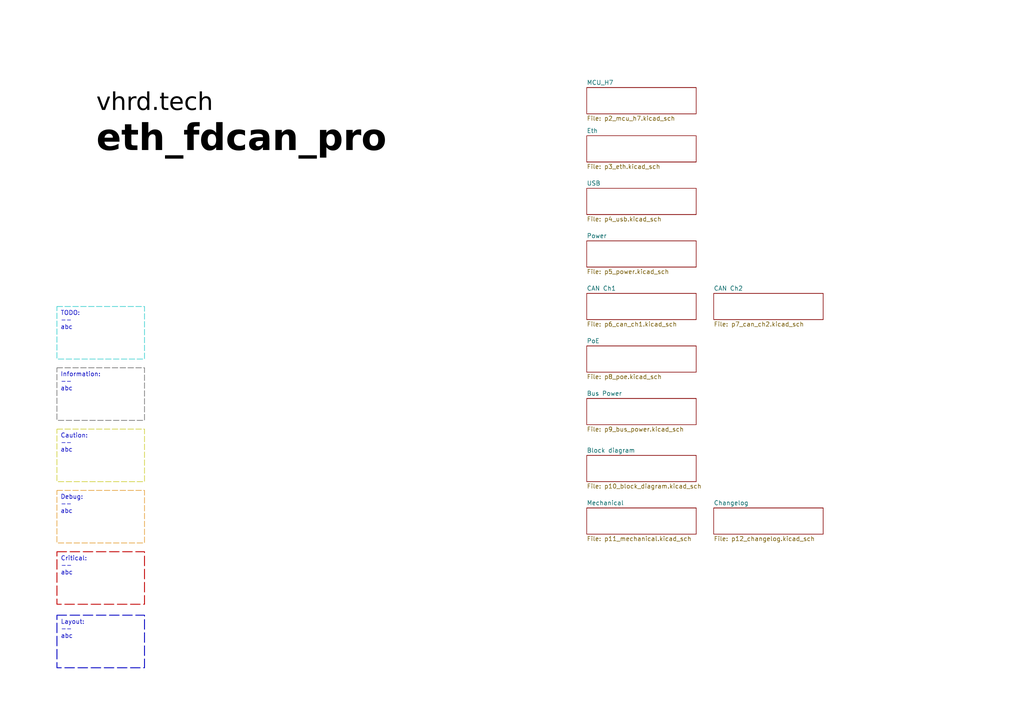
<source format=kicad_sch>
(kicad_sch (version 20230121) (generator eeschema)
  (paper "A4")
  (title_block (rev "A") (company "vhrd.tech"))
  (lib_symbols)
  (text_box "TODO:\n--\nabc\n" (at 16.51 88.9 0) (size 25.4 15.24) (stroke (width 0.1524) (type dash) (color 0 194 194 1)) (effects (font (size 1.27 1.27)) (justify left top)))
  (text_box "Information:\n--\nabc\n" (at 16.51 106.68 0) (size 25.4 15.24) (stroke (width 0.1524) (type dash) (color 72 72 72 1)) (effects (font (size 1.27 1.27)) (justify left top)))
  (text_box "Critical:\n--\nabc\n" (at 16.51 160.02 0) (size 25.4 15.24) (stroke (width 0.254) (type dash) (color 194 0 0 1)) (effects (font (size 1.27 1.27)) (justify left top)))
  (text_box "Debug:\n--\nabc\n" (at 16.51 142.24 0) (size 25.4 15.24) (stroke (width 0.1524) (type dash) (color 221 133 0 1)) (effects (font (size 1.27 1.27)) (justify left top)))
  (text_box "Caution:\n--\nabc\n" (at 16.51 124.46 0) (size 25.4 15.24) (stroke (width 0.1524) (type dash) (color 194 194 0 1)) (effects (font (size 1.27 1.27)) (justify left top)))
  (text_box "Layout:\n--\nabc\n" (at 16.51 178.435 0) (size 25.4 15.24) (stroke (width 0.254) (type dash) (color 0 0 194 1)) (effects (font (size 1.27 1.27)) (justify left top)))
  (text "eth_fdcan_pro" (at 27.94 46.99 0) (effects (font (size 7.62 7.62) (thickness 1.524) bold) (justify left bottom)))
  (text "vhrd.tech" (at 27.94 34.29 0) (effects (font (size 5.08 5.08)) (justify left bottom)))
  (sheet (at 170.18 54.61) (size 31.75 7.62) (stroke (width 0.1524))
    (property "Sheetname" "USB" (at 170.18 53.8984 0) (effects (justify left bottom)))
    (property "Sheetfile" "p4_usb.kicad_sch" (at 170.18 62.8146 0) (effects (justify left top)))
  )
  (sheet (at 170.18 115.57) (size 31.75 7.62) (stroke (width 0.1524))
    (property "Sheetname" "Bus Power" (at 170.18 114.8584 0) (effects (justify left bottom)))
    (property "Sheetfile" "p9_bus_power.kicad_sch" (at 170.18 123.7746 0) (effects (justify left top)))
  )
  (sheet (at 170.18 147.32) (size 31.75 7.62) (stroke (width 0.1524))
    (property "Sheetname" "Mechanical" (at 170.18 146.6084 0) (effects (justify left bottom)))
    (property "Sheetfile" "p11_mechanical.kicad_sch" (at 170.18 155.5246 0) (effects (justify left top)))
  )
  (sheet (at 170.18 132.08) (size 31.75 7.62) (stroke (width 0.1524))
    (property "Sheetname" "Block diagram" (at 170.18 131.3684 0) (effects (justify left bottom)))
    (property "Sheetfile" "p10_block_diagram.kicad_sch" (at 170.18 140.2846 0) (effects (justify left top)))
  )
  (sheet (at 170.18 69.85) (size 31.75 7.62) (stroke (width 0.1524))
    (property "Sheetname" "Power" (at 170.18 69.1384 0) (effects (justify left bottom)))
    (property "Sheetfile" "p5_power.kicad_sch" (at 170.18 78.0546 0) (effects (justify left top)))
  )
  (sheet (at 170.18 100.33) (size 31.75 7.62) (stroke (width 0.1524))
    (property "Sheetname" "PoE" (at 170.18 99.6184 0) (effects (justify left bottom)))
    (property "Sheetfile" "p8_poe.kicad_sch" (at 170.18 108.5346 0) (effects (justify left top)))
  )
  (sheet (at 170.18 39.37) (size 31.75 7.62) (stroke (width 0.1524))
    (property "Sheetname" "Eth" (at 170.18 38.6584 0) (effects (justify left bottom)))
    (property "Sheetfile" "p3_eth.kicad_sch" (at 170.18 47.5746 0) (effects (justify left top)))
  )
  (sheet (at 170.18 85.09) (size 31.75 7.62) (stroke (width 0.1524))
    (property "Sheetname" "CAN Ch1" (at 170.18 84.3784 0) (effects (justify left bottom)))
    (property "Sheetfile" "p6_can_ch1.kicad_sch" (at 170.18 93.2946 0) (effects (justify left top)))
  )
  (sheet (at 207.01 147.32) (size 31.75 7.62) (stroke (width 0.1524))
    (property "Sheetname" "Changelog" (at 207.01 146.6084 0) (effects (justify left bottom)))
    (property "Sheetfile" "p12_changelog.kicad_sch" (at 207.01 155.5246 0) (effects (justify left top)))
  )
  (sheet (at 170.18 25.4) (size 31.75 7.62) (stroke (width 0.1524))
    (property "Sheetname" "MCU_H7" (at 170.18 24.6884 0) (effects (justify left bottom)))
    (property "Sheetfile" "p2_mcu_h7.kicad_sch" (at 170.18 33.6046 0) (effects (justify left top)))
  )
  (sheet (at 207.01 85.09) (size 31.75 7.62) (stroke (width 0.1524))
    (property "Sheetname" "CAN Ch2" (at 207.01 84.3784 0) (effects (justify left bottom)))
    (property "Sheetfile" "p7_can_ch2.kicad_sch" (at 207.01 93.2946 0) (effects (justify left top)))
  )
)
</source>
